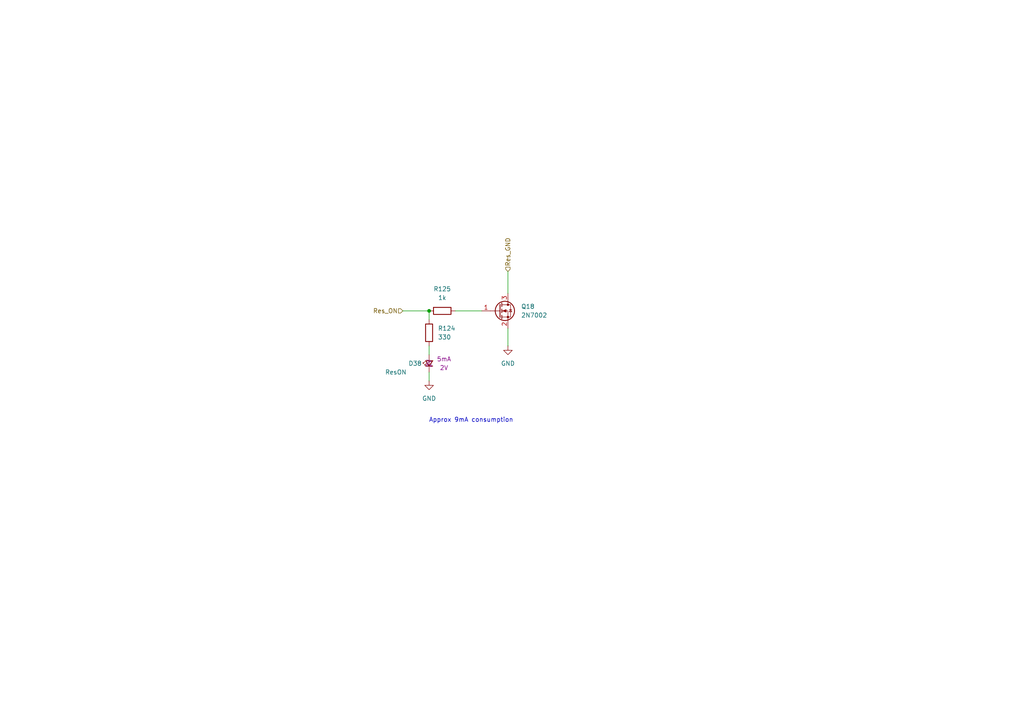
<source format=kicad_sch>
(kicad_sch (version 20250114) (generator "eeschema") (generator_version "9.0")
  (paper "A4")
  (title_block (title "Main architecture") (date "2025-08-10") (rev "0.0") (company "Alex Miller & Martin Roger") (comment 1 "https://github.com/martinroger/VXDash") (comment 2 "https://cadlab.io/projects/vxdash"))
  (lib_symbols
    (symbol "Transistor_FET:Q_NMOS_GSD" (pin_names (offset 0) (hide yes))
      (property "Reference" "Q" (at 5.08 1.905 0))
      (property "Value" "Q_NMOS_GSD" (at 5.08 0 0))
      (symbol "Q_NMOS_GSD_0_1"
        (polyline (pts (xy 0.254 1.905) (xy 0.254 -1.905)) (stroke (width 0.254)))
        (polyline (pts (xy 0.254 0) (xy -2.54 0)))
        (polyline (pts (xy 0.762 2.286) (xy 0.762 1.27)) (stroke (width 0.254)))
        (polyline (pts (xy 0.762 0.508) (xy 0.762 -0.508)) (stroke (width 0.254)))
        (polyline (pts (xy 0.762 -1.27) (xy 0.762 -2.286)) (stroke (width 0.254)))
        (polyline (pts (xy 0.762 -1.778) (xy 3.302 -1.778) (xy 3.302 1.778) (xy 0.762 1.778)))
        (polyline (pts (xy 1.016 0) (xy 2.032 0.381) (xy 2.032 -0.381) (xy 1.016 0)) (fill (type outline)))
        (circle (center 1.651 0) (radius 2.794) (stroke (width 0.254)))
        (polyline (pts (xy 2.54 2.54) (xy 2.54 1.778)))
        (circle (center 2.54 1.778) (radius 0.254) (fill (type outline)))
        (circle (center 2.54 -1.778) (radius 0.254) (fill (type outline)))
        (polyline (pts (xy 2.54 -2.54) (xy 2.54 0) (xy 0.762 0)))
        (polyline (pts (xy 2.921 0.381) (xy 3.683 0.381)))
        (polyline (pts (xy 3.302 0.381) (xy 2.921 -0.254) (xy 3.683 -0.254) (xy 3.302 0.381)))
      )
      (symbol "Q_NMOS_GSD_1_1"
        (pin input line (at -5.08 0 0) (length 2.54) (name "G") (number "1"))
        (pin passive line (at 2.54 5.08 270) (length 2.54) (name "D") (number "3"))
        (pin passive line (at 2.54 -5.08 90) (length 2.54) (name "S") (number "2"))
      )
    )
    (symbol "VXDash_diodes:LED_Small" (pin_numbers (hide yes)) (pin_names (offset 0.254) (hide yes))
      (property "Reference" "D1" (at 0.0635 6.35 0))
      (property "Value" "LED_Small" (at 0.0635 3.81 0))
      (property "Vf" "2V" (at 0 -4.572 0))
      (property "If" "5mA" (at 0 -2.54 0))
      (symbol "LED_Small_0_1"
        (polyline (pts (xy -0.762 -1.016) (xy -0.762 1.016)) (stroke (width 0.254)))
        (polyline (pts (xy 0 0.762) (xy -0.508 1.27) (xy -0.254 1.27) (xy -0.508 1.27) (xy -0.508 1.016)))
        (polyline (pts (xy 0.508 1.27) (xy 0 1.778) (xy 0.254 1.778) (xy 0 1.778) (xy 0 1.524)))
        (polyline (pts (xy 0.762 -1.016) (xy -0.762 0) (xy 0.762 1.016) (xy 0.762 -1.016)) (stroke (width 0.254)))
        (polyline (pts (xy 1.016 0) (xy -0.762 0)))
      )
      (symbol "LED_Small_1_1"
        (pin passive line (at -2.54 0 0) (length 1.778) (name "K") (number "1"))
        (pin passive line (at 2.54 0 180) (length 1.778) (name "A") (number "2"))
      )
    )
    (symbol "VXDash_passives:Res" (pin_numbers (hide yes)) (pin_names (offset 0))
      (property "Reference" "R" (at 1.27 1.27 0))
      (property "Value" "Res" (at 1.27 -1.27 0))
      (symbol "Res_0_1"
        (rectangle (start -1.016 -2.54) (end 1.016 2.54) (stroke (width 0.254)))
      )
      (symbol "Res_1_1"
        (pin passive line (at 0 3.81 270) (length 1.27) (name "~") (number "1"))
        (pin passive line (at 0 -3.81 90) (length 1.27) (name "~") (number "2"))
      )
    )
    (symbol "power:GND" (power) (pin_numbers (hide yes)) (pin_names (offset 0) (hide yes))
      (property "Value" "GND" (at 0 -3.81 0))
      (symbol "GND_0_1"
        (polyline (pts (xy 0 0) (xy 0 -1.27) (xy 1.27 -1.27) (xy 0 -2.54) (xy -1.27 -1.27) (xy 0 -1.27)))
      )
      (symbol "GND_1_1"
        (pin power_in line (at 0 0 270) (length 0) (name "~") (number "1"))
      )
    )
  )
  (text "Approx 9mA consumption\n" (at 136.652 121.92 0) (effects (font (size 1.27 1.27))))
  (junction (at 124.46 90.17))
  (wire (pts (xy 147.32 78.74) (xy 147.32 85.09)))
  (wire (pts (xy 124.46 107.95) (xy 124.46 110.49)))
  (wire (pts (xy 124.46 90.17) (xy 124.46 92.71)))
  (wire (pts (xy 116.84 90.17) (xy 124.46 90.17)))
  (wire (pts (xy 132.08 90.17) (xy 139.7 90.17)))
  (wire (pts (xy 124.46 100.33) (xy 124.46 102.87)))
  (wire (pts (xy 147.32 95.25) (xy 147.32 100.33)))
  (hierarchical_label "Res_GND" (shape input) (at 147.32 78.74 90))
  (hierarchical_label "Res_ON" (shape input) (at 116.84 90.17 180))
  (symbol (lib_id "power:GND") (at 147.32 100.33 0) (unit 1)
    (property "Reference" "#PWR054" (effects (hide yes)))
    (property "Value" "GND" (at 147.32 105.41 0))
    (property "Description" "Power symbol creates a global label with name \"GND\" , ground" (effects (hide yes)))
    (instances (project "VXDash_Emulator" (path "" (reference "#PWR079") (unit 1)) (path "" (reference "#PWR056") (unit 1)) (path "" (reference "#PWR081") (unit 1)) (path "" (reference "#PWR077") (unit 1)) (path "" (reference "#PWR087") (unit 1)) (path "" (reference "#PWR069") (unit 1)) (path "" (reference "#PWR075") (unit 1)) (path "" (reference "#PWR073") (unit 1)) (path "" (reference "#PWR062") (unit 1)) (path "" (reference "#PWR054") (unit 1)) (path "" (reference "#PWR058") (unit 1)) (path "" (reference "#PWR071") (unit 1)) (path "" (reference "#PWR060") (unit 1)) (path "" (reference "#PWR064") (unit 1)) (path "" (reference "#PWR083") (unit 1)) (path "" (reference "#PWR085") (unit 1))))
  )
  (symbol (lib_id "Transistor_FET:Q_NMOS_GSD") (at 144.78 90.17 0) (unit 1)
    (property "Reference" "Q4" (at 151.13 88.8999 0) (effects (justify left)))
    (property "Value" "2N7002" (at 151.13 91.4399 0) (effects (justify left)))
    (property "Footprint" "Package_TO_SOT_SMD:SOT-23" (effects (hide yes)))
    (property "Description" "N-MOSFET transistor, gate/source/drain" (effects (hide yes)))
    (property "MFT" "Micro Commercial Co" (effects (hide yes)))
    (property "MFT_PN" "2N7002-TP" (effects (hide yes)))
    (instances (project "VXDash_Emulator" (path "" (reference "Q18") (unit 1)) (path "" (reference "Q5") (unit 1)) (path "" (reference "Q19") (unit 1)) (path "" (reference "Q17") (unit 1)) (path "" (reference "Q22") (unit 1)) (path "" (reference "Q13") (unit 1)) (path "" (reference "Q16") (unit 1)) (path "" (reference "Q15") (unit 1)) (path "" (reference "Q8") (unit 1)) (path "" (reference "Q4") (unit 1)) (path "" (reference "Q6") (unit 1)) (path "" (reference "Q14") (unit 1)) (path "" (reference "Q7") (unit 1)) (path "" (reference "Q9") (unit 1)) (path "" (reference "Q20") (unit 1)) (path "" (reference "Q21") (unit 1))))
  )
  (symbol (lib_id "VXDash_passives:Res") (at 124.46 96.52 0) (unit 1)
    (property "Reference" "R98" (at 127 95.2499 0) (effects (justify left)))
    (property "Value" "330" (at 127 97.7899 0) (effects (justify left)))
    (property "Footprint" "Resistor_SMD:R_0603_1608Metric_Pad0.98x0.95mm_HandSolder" (effects (hide yes)))
    (property "Description" "RES 330 OHM 1% 1/10W 0603" (effects (hide yes)))
    (property "Tol" "1%" (effects (hide yes)))
    (property "Power" "100mW" (effects (hide yes)))
    (property "MFT" "Yageo" (effects (hide yes)))
    (property "MFT_PN" "RC0603FR-07330RL" (effects (hide yes)))
    (instances (project "VXDash_Emulator" (path "" (reference "R124") (unit 1)) (path "" (reference "R100") (unit 1)) (path "" (reference "R126") (unit 1)) (path "" (reference "R122") (unit 1)) (path "" (reference "R132") (unit 1)) (path "" (reference "R114") (unit 1)) (path "" (reference "R120") (unit 1)) (path "" (reference "R118") (unit 1)) (path "" (reference "R106") (unit 1)) (path "" (reference "R98") (unit 1)) (path "" (reference "R102") (unit 1)) (path "" (reference "R116") (unit 1)) (path "" (reference "R104") (unit 1)) (path "" (reference "R108") (unit 1)) (path "" (reference "R128") (unit 1)) (path "" (reference "R130") (unit 1))))
  )
  (symbol (lib_id "VXDash_passives:Res") (at 128.27 90.17 90) (unit 1)
    (property "Reference" "R99" (at 128.27 83.82 90))
    (property "Value" "1k" (at 128.27 86.36 90))
    (property "Footprint" "Resistor_SMD:R_0603_1608Metric_Pad0.98x0.95mm_HandSolder" (effects (hide yes)))
    (property "Description" "RES 1K OHM 1% 1/10W 0603" (effects (hide yes)))
    (property "Tol" "1%" (effects (hide yes)))
    (property "Power" "100mW" (effects (hide yes)))
    (property "MFT" "Yageo" (effects (hide yes)))
    (property "MFT_PN" "RC0603FR-071KL" (effects (hide yes)))
    (instances (project "VXDash_Emulator" (path "" (reference "R125") (unit 1)) (path "" (reference "R101") (unit 1)) (path "" (reference "R127") (unit 1)) (path "" (reference "R123") (unit 1)) (path "" (reference "R133") (unit 1)) (path "" (reference "R115") (unit 1)) (path "" (reference "R121") (unit 1)) (path "" (reference "R119") (unit 1)) (path "" (reference "R107") (unit 1)) (path "" (reference "R99") (unit 1)) (path "" (reference "R103") (unit 1)) (path "" (reference "R117") (unit 1)) (path "" (reference "R105") (unit 1)) (path "" (reference "R109") (unit 1)) (path "" (reference "R129") (unit 1)) (path "" (reference "R131") (unit 1))))
  )
  (symbol (lib_id "power:GND") (at 124.46 110.49 0) (unit 1)
    (property "Reference" "#PWR053" (effects (hide yes)))
    (property "Value" "GND" (at 124.46 115.57 0))
    (property "Description" "Power symbol creates a global label with name \"GND\" , ground" (effects (hide yes)))
    (instances (project "VXDash_Emulator" (path "" (reference "#PWR078") (unit 1)) (path "" (reference "#PWR055") (unit 1)) (path "" (reference "#PWR080") (unit 1)) (path "" (reference "#PWR076") (unit 1)) (path "" (reference "#PWR086") (unit 1)) (path "" (reference "#PWR068") (unit 1)) (path "" (reference "#PWR074") (unit 1)) (path "" (reference "#PWR072") (unit 1)) (path "" (reference "#PWR061") (unit 1)) (path "" (reference "#PWR053") (unit 1)) (path "" (reference "#PWR057") (unit 1)) (path "" (reference "#PWR070") (unit 1)) (path "" (reference "#PWR059") (unit 1)) (path "" (reference "#PWR063") (unit 1)) (path "" (reference "#PWR082") (unit 1)) (path "" (reference "#PWR084") (unit 1))))
  )
  (symbol (lib_id "VXDash_diodes:LED_Small") (at 124.46 105.41 90) (unit 1)
    (property "Reference" "D25" (at 120.396 105.41 90))
    (property "Value" "ResON" (at 114.808 107.95 90))
    (property "Footprint" "LED_SMD:LED_0603_1608Metric_Pad1.05x0.95mm_HandSolder" (effects (hide yes)))
    (property "Description" "LED ORANGE DIFFUSED 0603 SMD" (effects (hide yes)))
    (property "Sim.Pin" "1=K 2=A" (effects (hide yes)))
    (property "MFT" "Harvatek Corp" (effects (hide yes)))
    (property "MFT_PN" "B1911UD--20D001014U1930" (effects (hide yes)))
    (property "Vf" "2V" (at 128.778 106.68 90))
    (property "If" "5mA" (at 128.778 104.14 90))
    (property "Voltage" "2V" (at 124.46 105.41 0))
    (instances (project "VXDash_Emulator" (path "" (reference "D38") (unit 1)) (path "" (reference "D26") (unit 1)) (path "" (reference "D39") (unit 1)) (path "" (reference "D37") (unit 1)) (path "" (reference "D42") (unit 1)) (path "" (reference "D33") (unit 1)) (path "" (reference "D36") (unit 1)) (path "" (reference "D35") (unit 1)) (path "" (reference "D29") (unit 1)) (path "" (reference "D25") (unit 1)) (path "" (reference "D27") (unit 1)) (path "" (reference "D34") (unit 1)) (path "" (reference "D28") (unit 1)) (path "" (reference "D30") (unit 1)) (path "" (reference "D40") (unit 1)) (path "" (reference "D41") (unit 1))))
  )
)
</source>
